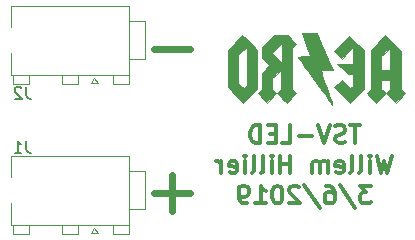
<source format=gbr>
G04 #@! TF.GenerationSoftware,KiCad,Pcbnew,(5.0.2)-1*
G04 #@! TF.CreationDate,2019-03-06T22:55:48-05:00*
G04 #@! TF.ProjectId,v2,76322e6b-6963-4616-945f-706362585858,rev?*
G04 #@! TF.SameCoordinates,Original*
G04 #@! TF.FileFunction,Legend,Bot*
G04 #@! TF.FilePolarity,Positive*
%FSLAX46Y46*%
G04 Gerber Fmt 4.6, Leading zero omitted, Abs format (unit mm)*
G04 Created by KiCad (PCBNEW (5.0.2)-1) date 3/6/2019 10:55:48 PM*
%MOMM*%
%LPD*%
G01*
G04 APERTURE LIST*
%ADD10C,0.600000*%
%ADD11C,0.300000*%
%ADD12C,0.120000*%
%ADD13C,0.010000*%
%ADD14C,0.150000*%
G04 APERTURE END LIST*
D10*
X112267809Y-87826714D02*
X109220190Y-87826714D01*
X110744000Y-89350523D02*
X110744000Y-86302904D01*
X112267809Y-75634714D02*
X109220190Y-75634714D01*
D11*
X126670000Y-82137571D02*
X125812857Y-82137571D01*
X126241428Y-83637571D02*
X126241428Y-82137571D01*
X125384285Y-83566142D02*
X125170000Y-83637571D01*
X124812857Y-83637571D01*
X124670000Y-83566142D01*
X124598571Y-83494714D01*
X124527142Y-83351857D01*
X124527142Y-83209000D01*
X124598571Y-83066142D01*
X124670000Y-82994714D01*
X124812857Y-82923285D01*
X125098571Y-82851857D01*
X125241428Y-82780428D01*
X125312857Y-82709000D01*
X125384285Y-82566142D01*
X125384285Y-82423285D01*
X125312857Y-82280428D01*
X125241428Y-82209000D01*
X125098571Y-82137571D01*
X124741428Y-82137571D01*
X124527142Y-82209000D01*
X124098571Y-82137571D02*
X123598571Y-83637571D01*
X123098571Y-82137571D01*
X122598571Y-83066142D02*
X121455714Y-83066142D01*
X120027142Y-83637571D02*
X120741428Y-83637571D01*
X120741428Y-82137571D01*
X119527142Y-82851857D02*
X119027142Y-82851857D01*
X118812857Y-83637571D02*
X119527142Y-83637571D01*
X119527142Y-82137571D01*
X118812857Y-82137571D01*
X118170000Y-83637571D02*
X118170000Y-82137571D01*
X117812857Y-82137571D01*
X117598571Y-82209000D01*
X117455714Y-82351857D01*
X117384285Y-82494714D01*
X117312857Y-82780428D01*
X117312857Y-82994714D01*
X117384285Y-83280428D01*
X117455714Y-83423285D01*
X117598571Y-83566142D01*
X117812857Y-83637571D01*
X118170000Y-83637571D01*
X129312857Y-84687571D02*
X128955714Y-86187571D01*
X128670000Y-85116142D01*
X128384285Y-86187571D01*
X128027142Y-84687571D01*
X127455714Y-86187571D02*
X127455714Y-85187571D01*
X127455714Y-84687571D02*
X127527142Y-84759000D01*
X127455714Y-84830428D01*
X127384285Y-84759000D01*
X127455714Y-84687571D01*
X127455714Y-84830428D01*
X126527142Y-86187571D02*
X126670000Y-86116142D01*
X126741428Y-85973285D01*
X126741428Y-84687571D01*
X125741428Y-86187571D02*
X125884285Y-86116142D01*
X125955714Y-85973285D01*
X125955714Y-84687571D01*
X124598571Y-86116142D02*
X124741428Y-86187571D01*
X125027142Y-86187571D01*
X125170000Y-86116142D01*
X125241428Y-85973285D01*
X125241428Y-85401857D01*
X125170000Y-85259000D01*
X125027142Y-85187571D01*
X124741428Y-85187571D01*
X124598571Y-85259000D01*
X124527142Y-85401857D01*
X124527142Y-85544714D01*
X125241428Y-85687571D01*
X123884285Y-86187571D02*
X123884285Y-85187571D01*
X123884285Y-85330428D02*
X123812857Y-85259000D01*
X123670000Y-85187571D01*
X123455714Y-85187571D01*
X123312857Y-85259000D01*
X123241428Y-85401857D01*
X123241428Y-86187571D01*
X123241428Y-85401857D02*
X123170000Y-85259000D01*
X123027142Y-85187571D01*
X122812857Y-85187571D01*
X122670000Y-85259000D01*
X122598571Y-85401857D01*
X122598571Y-86187571D01*
X120741428Y-86187571D02*
X120741428Y-84687571D01*
X120741428Y-85401857D02*
X119884285Y-85401857D01*
X119884285Y-86187571D02*
X119884285Y-84687571D01*
X119170000Y-86187571D02*
X119170000Y-85187571D01*
X119170000Y-84687571D02*
X119241428Y-84759000D01*
X119170000Y-84830428D01*
X119098571Y-84759000D01*
X119170000Y-84687571D01*
X119170000Y-84830428D01*
X118241428Y-86187571D02*
X118384285Y-86116142D01*
X118455714Y-85973285D01*
X118455714Y-84687571D01*
X117455714Y-86187571D02*
X117598571Y-86116142D01*
X117670000Y-85973285D01*
X117670000Y-84687571D01*
X116884285Y-86187571D02*
X116884285Y-85187571D01*
X116884285Y-84687571D02*
X116955714Y-84759000D01*
X116884285Y-84830428D01*
X116812857Y-84759000D01*
X116884285Y-84687571D01*
X116884285Y-84830428D01*
X115598571Y-86116142D02*
X115741428Y-86187571D01*
X116027142Y-86187571D01*
X116170000Y-86116142D01*
X116241428Y-85973285D01*
X116241428Y-85401857D01*
X116170000Y-85259000D01*
X116027142Y-85187571D01*
X115741428Y-85187571D01*
X115598571Y-85259000D01*
X115527142Y-85401857D01*
X115527142Y-85544714D01*
X116241428Y-85687571D01*
X114884285Y-86187571D02*
X114884285Y-85187571D01*
X114884285Y-85473285D02*
X114812857Y-85330428D01*
X114741428Y-85259000D01*
X114598571Y-85187571D01*
X114455714Y-85187571D01*
X127562857Y-87237571D02*
X126634285Y-87237571D01*
X127134285Y-87809000D01*
X126920000Y-87809000D01*
X126777142Y-87880428D01*
X126705714Y-87951857D01*
X126634285Y-88094714D01*
X126634285Y-88451857D01*
X126705714Y-88594714D01*
X126777142Y-88666142D01*
X126920000Y-88737571D01*
X127348571Y-88737571D01*
X127491428Y-88666142D01*
X127562857Y-88594714D01*
X124920000Y-87166142D02*
X126205714Y-89094714D01*
X123777142Y-87237571D02*
X124062857Y-87237571D01*
X124205714Y-87309000D01*
X124277142Y-87380428D01*
X124420000Y-87594714D01*
X124491428Y-87880428D01*
X124491428Y-88451857D01*
X124420000Y-88594714D01*
X124348571Y-88666142D01*
X124205714Y-88737571D01*
X123920000Y-88737571D01*
X123777142Y-88666142D01*
X123705714Y-88594714D01*
X123634285Y-88451857D01*
X123634285Y-88094714D01*
X123705714Y-87951857D01*
X123777142Y-87880428D01*
X123920000Y-87809000D01*
X124205714Y-87809000D01*
X124348571Y-87880428D01*
X124420000Y-87951857D01*
X124491428Y-88094714D01*
X121920000Y-87166142D02*
X123205714Y-89094714D01*
X121491428Y-87380428D02*
X121420000Y-87309000D01*
X121277142Y-87237571D01*
X120920000Y-87237571D01*
X120777142Y-87309000D01*
X120705714Y-87380428D01*
X120634285Y-87523285D01*
X120634285Y-87666142D01*
X120705714Y-87880428D01*
X121562857Y-88737571D01*
X120634285Y-88737571D01*
X119705714Y-87237571D02*
X119562857Y-87237571D01*
X119420000Y-87309000D01*
X119348571Y-87380428D01*
X119277142Y-87523285D01*
X119205714Y-87809000D01*
X119205714Y-88166142D01*
X119277142Y-88451857D01*
X119348571Y-88594714D01*
X119420000Y-88666142D01*
X119562857Y-88737571D01*
X119705714Y-88737571D01*
X119848571Y-88666142D01*
X119920000Y-88594714D01*
X119991428Y-88451857D01*
X120062857Y-88166142D01*
X120062857Y-87809000D01*
X119991428Y-87523285D01*
X119920000Y-87380428D01*
X119848571Y-87309000D01*
X119705714Y-87237571D01*
X117777142Y-88737571D02*
X118634285Y-88737571D01*
X118205714Y-88737571D02*
X118205714Y-87237571D01*
X118348571Y-87451857D01*
X118491428Y-87594714D01*
X118634285Y-87666142D01*
X117062857Y-88737571D02*
X116777142Y-88737571D01*
X116634285Y-88666142D01*
X116562857Y-88594714D01*
X116420000Y-88380428D01*
X116348571Y-88094714D01*
X116348571Y-87523285D01*
X116420000Y-87380428D01*
X116491428Y-87309000D01*
X116634285Y-87237571D01*
X116920000Y-87237571D01*
X117062857Y-87309000D01*
X117134285Y-87380428D01*
X117205714Y-87523285D01*
X117205714Y-87880428D01*
X117134285Y-88023285D01*
X117062857Y-88094714D01*
X116920000Y-88166142D01*
X116634285Y-88166142D01*
X116491428Y-88094714D01*
X116420000Y-88023285D01*
X116348571Y-87880428D01*
D12*
G04 #@! TO.C,J1*
X107095000Y-87630000D02*
X107095000Y-90530000D01*
X107095000Y-90530000D02*
X97045000Y-90530000D01*
X97045000Y-90530000D02*
X97045000Y-88733302D01*
X107095000Y-87630000D02*
X107095000Y-84730000D01*
X107095000Y-84730000D02*
X97045000Y-84730000D01*
X97045000Y-84730000D02*
X97045000Y-86526698D01*
X107095000Y-89240000D02*
X108395000Y-89240000D01*
X108395000Y-89240000D02*
X108395000Y-86020000D01*
X108395000Y-86020000D02*
X107095000Y-86020000D01*
X107095000Y-90530000D02*
X107095000Y-91290000D01*
X107095000Y-91290000D02*
X105735000Y-91290000D01*
X105735000Y-91290000D02*
X105735000Y-90530000D01*
X102750000Y-90530000D02*
X102750000Y-91290000D01*
X102750000Y-91290000D02*
X101390000Y-91290000D01*
X101390000Y-91290000D02*
X101390000Y-90530000D01*
X98610000Y-90530000D02*
X98610000Y-91290000D01*
X98610000Y-91290000D02*
X97250000Y-91290000D01*
X97250000Y-91290000D02*
X97250000Y-90530000D01*
X104140000Y-90830000D02*
X103840000Y-91254264D01*
X103840000Y-91254264D02*
X104440000Y-91254264D01*
X104440000Y-91254264D02*
X104140000Y-90830000D01*
G04 #@! TO.C,J2*
X107095000Y-74930000D02*
X107095000Y-77830000D01*
X107095000Y-77830000D02*
X97045000Y-77830000D01*
X97045000Y-77830000D02*
X97045000Y-76033302D01*
X107095000Y-74930000D02*
X107095000Y-72030000D01*
X107095000Y-72030000D02*
X97045000Y-72030000D01*
X97045000Y-72030000D02*
X97045000Y-73826698D01*
X107095000Y-76540000D02*
X108395000Y-76540000D01*
X108395000Y-76540000D02*
X108395000Y-73320000D01*
X108395000Y-73320000D02*
X107095000Y-73320000D01*
X107095000Y-77830000D02*
X107095000Y-78590000D01*
X107095000Y-78590000D02*
X105735000Y-78590000D01*
X105735000Y-78590000D02*
X105735000Y-77830000D01*
X102750000Y-77830000D02*
X102750000Y-78590000D01*
X102750000Y-78590000D02*
X101390000Y-78590000D01*
X101390000Y-78590000D02*
X101390000Y-77830000D01*
X98610000Y-77830000D02*
X98610000Y-78590000D01*
X98610000Y-78590000D02*
X97250000Y-78590000D01*
X97250000Y-78590000D02*
X97250000Y-77830000D01*
X104140000Y-78130000D02*
X103840000Y-78554264D01*
X103840000Y-78554264D02*
X104440000Y-78554264D01*
X104440000Y-78554264D02*
X104140000Y-78130000D01*
D13*
G04 #@! TO.C,G\002A\002A\002A*
G36*
X116043708Y-75124394D02*
X115413962Y-75753412D01*
X115413962Y-78903592D01*
X116726668Y-80214934D01*
X117897984Y-79042096D01*
X117897984Y-78759625D01*
X117023328Y-78759625D01*
X116911013Y-78875504D01*
X116798699Y-78991384D01*
X116561151Y-78755656D01*
X116323603Y-78519929D01*
X116323603Y-76172663D01*
X116673466Y-75824113D01*
X117023328Y-75475564D01*
X117023328Y-78759625D01*
X117897984Y-78759625D01*
X117897984Y-75718405D01*
X117285719Y-75106890D01*
X116673455Y-74495376D01*
X116043708Y-75124394D01*
X116043708Y-75124394D01*
G37*
X116043708Y-75124394D02*
X115413962Y-75753412D01*
X115413962Y-78903592D01*
X116726668Y-80214934D01*
X117897984Y-79042096D01*
X117897984Y-78759625D01*
X117023328Y-78759625D01*
X116911013Y-78875504D01*
X116798699Y-78991384D01*
X116561151Y-78755656D01*
X116323603Y-78519929D01*
X116323603Y-76172663D01*
X116673466Y-75824113D01*
X117023328Y-75475564D01*
X117023328Y-78759625D01*
X117897984Y-78759625D01*
X117897984Y-75718405D01*
X117285719Y-75106890D01*
X116673455Y-74495376D01*
X116043708Y-75124394D01*
G36*
X118850906Y-75011121D02*
X118352805Y-75510113D01*
X118352805Y-76417495D01*
X118963643Y-77031177D01*
X118640731Y-77355437D01*
X118317818Y-77679698D01*
X118317818Y-79040646D01*
X118134834Y-79225931D01*
X117951851Y-79411217D01*
X118755904Y-80215270D01*
X119540688Y-79427694D01*
X119368096Y-79235270D01*
X119195503Y-79042846D01*
X119193989Y-78587428D01*
X119192474Y-78132011D01*
X119577322Y-77748356D01*
X119962171Y-77364700D01*
X119962171Y-79080463D01*
X119786854Y-79253144D01*
X119611536Y-79425825D01*
X120004947Y-79820355D01*
X120139821Y-79954260D01*
X120257657Y-80068693D01*
X120349604Y-80155262D01*
X120406816Y-80205577D01*
X120420977Y-80214884D01*
X120451622Y-80190858D01*
X120521574Y-80124504D01*
X120622144Y-80024412D01*
X120744642Y-79899171D01*
X120826490Y-79814024D01*
X121209382Y-79413164D01*
X121023104Y-79229200D01*
X120836827Y-79045236D01*
X120836827Y-76908343D01*
X120032143Y-76908343D01*
X119586241Y-76462440D01*
X119140338Y-76016537D01*
X120032143Y-75124732D01*
X120032143Y-76908343D01*
X120836827Y-76908343D01*
X120836827Y-75616225D01*
X121037121Y-75413818D01*
X121237415Y-75211412D01*
X120889086Y-74861771D01*
X120540756Y-74512130D01*
X119349007Y-74512130D01*
X118850906Y-75011121D01*
X118850906Y-75011121D01*
G37*
X118850906Y-75011121D02*
X118352805Y-75510113D01*
X118352805Y-76417495D01*
X118963643Y-77031177D01*
X118640731Y-77355437D01*
X118317818Y-77679698D01*
X118317818Y-79040646D01*
X118134834Y-79225931D01*
X117951851Y-79411217D01*
X118755904Y-80215270D01*
X119540688Y-79427694D01*
X119368096Y-79235270D01*
X119195503Y-79042846D01*
X119193989Y-78587428D01*
X119192474Y-78132011D01*
X119577322Y-77748356D01*
X119962171Y-77364700D01*
X119962171Y-79080463D01*
X119786854Y-79253144D01*
X119611536Y-79425825D01*
X120004947Y-79820355D01*
X120139821Y-79954260D01*
X120257657Y-80068693D01*
X120349604Y-80155262D01*
X120406816Y-80205577D01*
X120420977Y-80214884D01*
X120451622Y-80190858D01*
X120521574Y-80124504D01*
X120622144Y-80024412D01*
X120744642Y-79899171D01*
X120826490Y-79814024D01*
X121209382Y-79413164D01*
X121023104Y-79229200D01*
X120836827Y-79045236D01*
X120836827Y-76908343D01*
X120032143Y-76908343D01*
X119586241Y-76462440D01*
X119140338Y-76016537D01*
X120032143Y-75124732D01*
X120032143Y-76908343D01*
X120836827Y-76908343D01*
X120836827Y-75616225D01*
X121037121Y-75413818D01*
X121237415Y-75211412D01*
X120889086Y-74861771D01*
X120540756Y-74512130D01*
X119349007Y-74512130D01*
X118850906Y-75011121D01*
G36*
X125062864Y-75166679D02*
X124423961Y-75806283D01*
X124755235Y-76138940D01*
X125086508Y-76471597D01*
X125568141Y-75990886D01*
X126049774Y-75510174D01*
X126049774Y-76964091D01*
X125385463Y-76953882D01*
X124721151Y-76943672D01*
X125148781Y-77372254D01*
X125576410Y-77800835D01*
X126049774Y-77800835D01*
X126049774Y-78811874D01*
X125925067Y-78906994D01*
X125800359Y-79002113D01*
X125443589Y-78646558D01*
X125086820Y-78291002D01*
X124771197Y-78606625D01*
X124455575Y-78922248D01*
X125105155Y-79568566D01*
X125279660Y-79741587D01*
X125437708Y-79897125D01*
X125572615Y-80028697D01*
X125677696Y-80129821D01*
X125746268Y-80194012D01*
X125771454Y-80214884D01*
X125799865Y-80191205D01*
X125870415Y-80124800D01*
X125975961Y-80022616D01*
X126109361Y-79891602D01*
X126263474Y-79738704D01*
X126356301Y-79645972D01*
X126924430Y-79077060D01*
X126924430Y-75756604D01*
X126313098Y-75141840D01*
X125701766Y-74527075D01*
X125062864Y-75166679D01*
X125062864Y-75166679D01*
G37*
X125062864Y-75166679D02*
X124423961Y-75806283D01*
X124755235Y-76138940D01*
X125086508Y-76471597D01*
X125568141Y-75990886D01*
X126049774Y-75510174D01*
X126049774Y-76964091D01*
X125385463Y-76953882D01*
X124721151Y-76943672D01*
X125148781Y-77372254D01*
X125576410Y-77800835D01*
X126049774Y-77800835D01*
X126049774Y-78811874D01*
X125925067Y-78906994D01*
X125800359Y-79002113D01*
X125443589Y-78646558D01*
X125086820Y-78291002D01*
X124771197Y-78606625D01*
X124455575Y-78922248D01*
X125105155Y-79568566D01*
X125279660Y-79741587D01*
X125437708Y-79897125D01*
X125572615Y-80028697D01*
X125677696Y-80129821D01*
X125746268Y-80194012D01*
X125771454Y-80214884D01*
X125799865Y-80191205D01*
X125870415Y-80124800D01*
X125975961Y-80022616D01*
X126109361Y-79891602D01*
X126263474Y-79738704D01*
X126356301Y-79645972D01*
X126924430Y-79077060D01*
X126924430Y-75756604D01*
X126313098Y-75141840D01*
X125701766Y-74527075D01*
X125062864Y-75166679D01*
G36*
X128157339Y-75115988D02*
X127554182Y-75719884D01*
X127554182Y-79040646D01*
X127371198Y-79225931D01*
X127188214Y-79411217D01*
X127590241Y-79813243D01*
X127992267Y-80215270D01*
X128393346Y-79813050D01*
X128794424Y-79410830D01*
X128428838Y-79040646D01*
X128428838Y-78325628D01*
X129198535Y-78325628D01*
X129198535Y-79040646D01*
X129015551Y-79225931D01*
X128832567Y-79411217D01*
X129636620Y-80215270D01*
X130438776Y-79410830D01*
X130255984Y-79225738D01*
X130073190Y-79040646D01*
X130073190Y-77415986D01*
X129198535Y-77415986D01*
X128428838Y-77415986D01*
X128428838Y-76276990D01*
X128811913Y-75875620D01*
X129194989Y-75474251D01*
X129196762Y-76445119D01*
X129198535Y-77415986D01*
X130073190Y-77415986D01*
X130073190Y-75823422D01*
X129416843Y-75167757D01*
X128760495Y-74512091D01*
X128157339Y-75115988D01*
X128157339Y-75115988D01*
G37*
X128157339Y-75115988D02*
X127554182Y-75719884D01*
X127554182Y-79040646D01*
X127371198Y-79225931D01*
X127188214Y-79411217D01*
X127590241Y-79813243D01*
X127992267Y-80215270D01*
X128393346Y-79813050D01*
X128794424Y-79410830D01*
X128428838Y-79040646D01*
X128428838Y-78325628D01*
X129198535Y-78325628D01*
X129198535Y-79040646D01*
X129015551Y-79225931D01*
X128832567Y-79411217D01*
X129636620Y-80215270D01*
X130438776Y-79410830D01*
X130255984Y-79225738D01*
X130073190Y-79040646D01*
X130073190Y-77415986D01*
X129198535Y-77415986D01*
X128428838Y-77415986D01*
X128428838Y-76276990D01*
X128811913Y-75875620D01*
X129194989Y-75474251D01*
X129196762Y-76445119D01*
X129198535Y-77415986D01*
X130073190Y-77415986D01*
X130073190Y-75823422D01*
X129416843Y-75167757D01*
X128760495Y-74512091D01*
X128157339Y-75115988D01*
G36*
X122043851Y-75316813D02*
X122403060Y-76296427D01*
X121859424Y-76296427D01*
X121654358Y-76296846D01*
X121510168Y-76298861D01*
X121417759Y-76303611D01*
X121368035Y-76312234D01*
X121351900Y-76325869D01*
X121360261Y-76345654D01*
X121370289Y-76357653D01*
X121398292Y-76394473D01*
X121463005Y-76482537D01*
X121560378Y-76616215D01*
X121686360Y-76789877D01*
X121836900Y-76997893D01*
X122007948Y-77234633D01*
X122195453Y-77494466D01*
X122395364Y-77771763D01*
X122603630Y-78060893D01*
X122816200Y-78356227D01*
X123029025Y-78652134D01*
X123238053Y-78942985D01*
X123439233Y-79223148D01*
X123628515Y-79486995D01*
X123801847Y-79728895D01*
X123955181Y-79943217D01*
X124084463Y-80124333D01*
X124185645Y-80266611D01*
X124254674Y-80364422D01*
X124287501Y-80412136D01*
X124288220Y-80413265D01*
X124285457Y-80394674D01*
X124261691Y-80316209D01*
X124218989Y-80184056D01*
X124159417Y-80004402D01*
X124085041Y-79783431D01*
X123997928Y-79527332D01*
X123900145Y-79242288D01*
X123807159Y-78973142D01*
X123700276Y-78664551D01*
X123600769Y-78376885D01*
X123510915Y-78116757D01*
X123432994Y-77890778D01*
X123369282Y-77705560D01*
X123322058Y-77567716D01*
X123293599Y-77483858D01*
X123285862Y-77459987D01*
X123318823Y-77456836D01*
X123409606Y-77454166D01*
X123546059Y-77452186D01*
X123716034Y-77451108D01*
X123805786Y-77450973D01*
X124325709Y-77450973D01*
X123934949Y-76567570D01*
X123811406Y-76288003D01*
X123678067Y-75985805D01*
X123543290Y-75679947D01*
X123415431Y-75389400D01*
X123302846Y-75133135D01*
X123249152Y-75010683D01*
X122954117Y-74337199D01*
X121684643Y-74337199D01*
X122043851Y-75316813D01*
X122043851Y-75316813D01*
G37*
X122043851Y-75316813D02*
X122403060Y-76296427D01*
X121859424Y-76296427D01*
X121654358Y-76296846D01*
X121510168Y-76298861D01*
X121417759Y-76303611D01*
X121368035Y-76312234D01*
X121351900Y-76325869D01*
X121360261Y-76345654D01*
X121370289Y-76357653D01*
X121398292Y-76394473D01*
X121463005Y-76482537D01*
X121560378Y-76616215D01*
X121686360Y-76789877D01*
X121836900Y-76997893D01*
X122007948Y-77234633D01*
X122195453Y-77494466D01*
X122395364Y-77771763D01*
X122603630Y-78060893D01*
X122816200Y-78356227D01*
X123029025Y-78652134D01*
X123238053Y-78942985D01*
X123439233Y-79223148D01*
X123628515Y-79486995D01*
X123801847Y-79728895D01*
X123955181Y-79943217D01*
X124084463Y-80124333D01*
X124185645Y-80266611D01*
X124254674Y-80364422D01*
X124287501Y-80412136D01*
X124288220Y-80413265D01*
X124285457Y-80394674D01*
X124261691Y-80316209D01*
X124218989Y-80184056D01*
X124159417Y-80004402D01*
X124085041Y-79783431D01*
X123997928Y-79527332D01*
X123900145Y-79242288D01*
X123807159Y-78973142D01*
X123700276Y-78664551D01*
X123600769Y-78376885D01*
X123510915Y-78116757D01*
X123432994Y-77890778D01*
X123369282Y-77705560D01*
X123322058Y-77567716D01*
X123293599Y-77483858D01*
X123285862Y-77459987D01*
X123318823Y-77456836D01*
X123409606Y-77454166D01*
X123546059Y-77452186D01*
X123716034Y-77451108D01*
X123805786Y-77450973D01*
X124325709Y-77450973D01*
X123934949Y-76567570D01*
X123811406Y-76288003D01*
X123678067Y-75985805D01*
X123543290Y-75679947D01*
X123415431Y-75389400D01*
X123302846Y-75133135D01*
X123249152Y-75010683D01*
X122954117Y-74337199D01*
X121684643Y-74337199D01*
X122043851Y-75316813D01*
G04 #@! TO.C,J1*
D14*
X98377333Y-83437380D02*
X98377333Y-84151666D01*
X98424952Y-84294523D01*
X98520190Y-84389761D01*
X98663047Y-84437380D01*
X98758285Y-84437380D01*
X97377333Y-84437380D02*
X97948761Y-84437380D01*
X97663047Y-84437380D02*
X97663047Y-83437380D01*
X97758285Y-83580238D01*
X97853523Y-83675476D01*
X97948761Y-83723095D01*
G04 #@! TO.C,J2*
X98377333Y-78865380D02*
X98377333Y-79579666D01*
X98424952Y-79722523D01*
X98520190Y-79817761D01*
X98663047Y-79865380D01*
X98758285Y-79865380D01*
X97948761Y-78960619D02*
X97901142Y-78913000D01*
X97805904Y-78865380D01*
X97567809Y-78865380D01*
X97472571Y-78913000D01*
X97424952Y-78960619D01*
X97377333Y-79055857D01*
X97377333Y-79151095D01*
X97424952Y-79293952D01*
X97996380Y-79865380D01*
X97377333Y-79865380D01*
G04 #@! TD*
M02*

</source>
